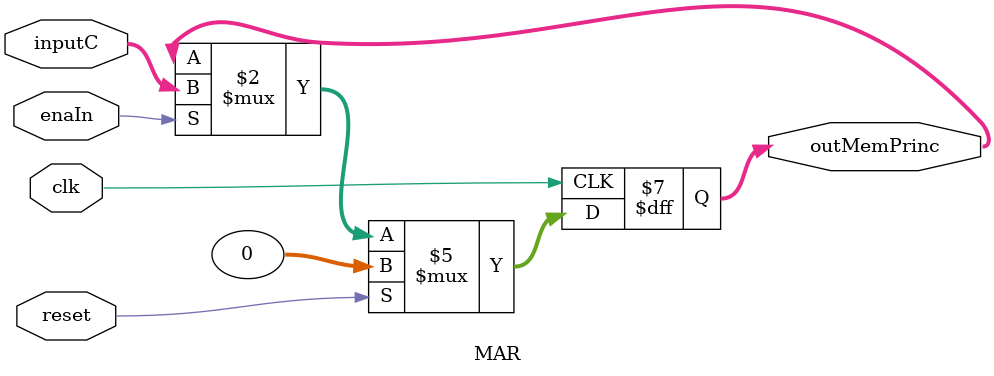
<source format=sv>
					/*********************************************
					 *	   UNIVERSIDADE  FEDERAL  DA  PARAIBA    *
					 *		 ARQUITETURA DE COMPUTADORES II      *
					 *	    	        						 *
					 *                   MIC				     *
					 *											 *
					 *	  ALUNO: LUCAS GAMBARRA  MAT:10711005    *
					 *********************************************/
 
 /**********
  *  MAR:(registrador de endereco de memoria) -   logica sequencial. Lanca endereco de palavra de  memoria vindo
  *												  pelo barramento C(enaIn alto e posedge clk) na memoria princiapal
  *                                               com a qual tem comunicacao direta.
  *												  
  **********/
module MAR(
		input logic clk,
		input logic reset,
		
		input logic enaIn, /*Habilita entrada pelo barramento C*/			
		
		input logic signed[31:0] inputC,/*Entrada do barramento C*/
		
		output logic unsigned[31:0] outMemPrinc/*Saida para memoria principal*/
);

	always_ff @( posedge clk)begin
			if(reset) begin 
				outMemPrinc <= 32'b00000000000000000000000000000000;
			end else begin
				if(enaIn) begin				
					outMemPrinc <= inputC;	
				end/*enableIn*/
			end	
	end
	
	
endmodule 
</source>
